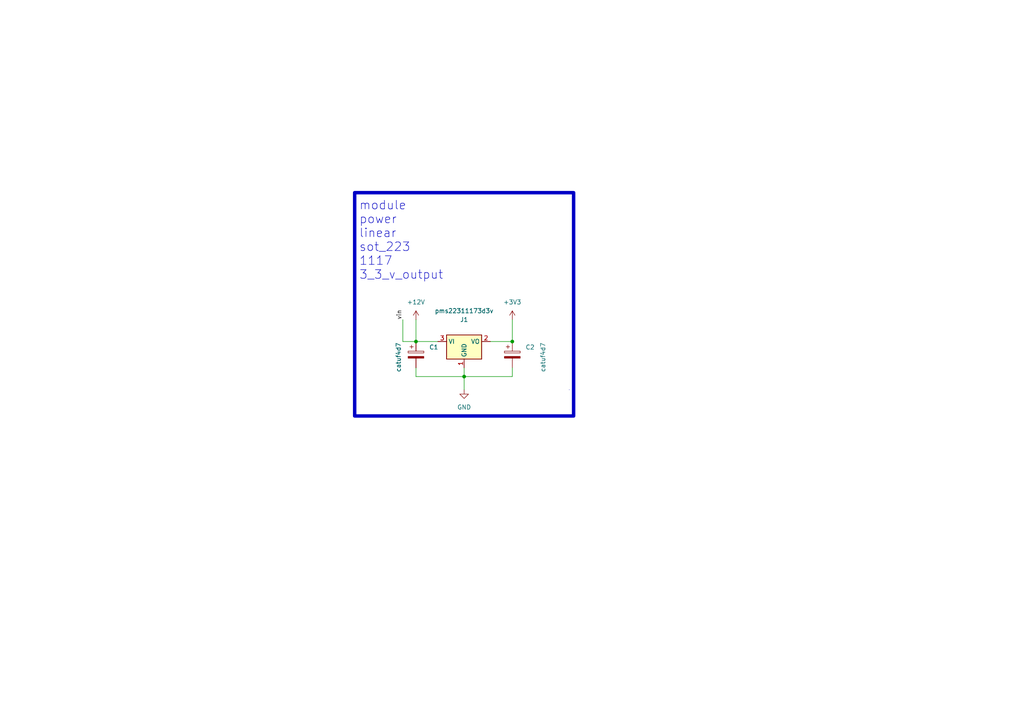
<source format=kicad_sch>
(kicad_sch (version 20230121) (generator eeschema)
  (paper "A4")
  (lib_symbols
    (symbol "oomlout_oomp_part_symbols:catuf4d7_electronic_capacitor_3216_avx_a_tantalum_4_7_micro_farad_16_volt" (pin_numbers hide) (pin_names (offset 0.254))
      (property "Reference" "C" (at 0.635 2.54 0))
      (property "Value" "catuf4d7_electronic_capacitor_3216_avx_a_tantalum_4_7_micro_farad_16_volt" (at 0.635 -2.54 0))
      (symbol "catuf4d7_electronic_capacitor_3216_avx_a_tantalum_4_7_micro_farad_16_volt_0_1"
        (rectangle (start -2.286 0.508) (end 2.286 1.016))
        (polyline (pts (xy -1.778 2.286) (xy -0.762 2.286)))
        (polyline (pts (xy -1.27 2.794) (xy -1.27 1.778)))
        (rectangle (start 2.286 -0.508) (end -2.286 -1.016) (fill (type outline)))
      )
      (symbol "catuf4d7_electronic_capacitor_3216_avx_a_tantalum_4_7_micro_farad_16_volt_1_1"
        (pin passive line (at 0 3.81 270) (length 2.794) (name "~") (number "1"))
        (pin passive line (at 0 -3.81 90) (length 2.794) (name "~") (number "2"))
      )
    )
    (symbol "oomlout_oomp_part_symbols:pms22311173d3v_electronic_pmic_sot_223_linear_1117_3_3v"
      (property "Reference" "J" (at -3.81 3.175 0))
      (property "Value" "pms22311173d3v_electronic_pmic_sot_223_linear_1117_3_3v" (at 0 3.175 0))
      (symbol "pms22311173d3v_electronic_pmic_sot_223_linear_1117_3_3v_0_1"
        (rectangle (start -5.08 -5.08) (end 5.08 1.905) (stroke (width 0.254)) (fill (type background)))
      )
      (symbol "pms22311173d3v_electronic_pmic_sot_223_linear_1117_3_3v_1_1"
        (pin power_in line (at 0 -7.62 90) (length 2.54) (name "GND") (number "1"))
        (pin power_out line (at 7.62 0 180) (length 2.54) (name "VO") (number "2"))
        (pin power_in line (at -7.62 0 0) (length 2.54) (name "VI") (number "3"))
      )
    )
    (symbol "power:+12V" (power) (pin_names (offset 0))
      (property "Value" "+12V" (at 0 3.556 0))
      (symbol "+12V_0_1"
        (polyline (pts (xy -0.762 1.27) (xy 0 2.54)))
        (polyline (pts (xy 0 0) (xy 0 2.54)))
        (polyline (pts (xy 0 2.54) (xy 0.762 1.27)))
      )
      (symbol "+12V_1_1"
        (pin power_in line (at 0 0 90) (length 0) hide (name "+12V") (number "1"))
      )
    )
    (symbol "power:+3V3" (power) (pin_names (offset 0))
      (property "Value" "+3V3" (at 0 3.556 0))
      (symbol "+3V3_0_1"
        (polyline (pts (xy -0.762 1.27) (xy 0 2.54)))
        (polyline (pts (xy 0 0) (xy 0 2.54)))
        (polyline (pts (xy 0 2.54) (xy 0.762 1.27)))
      )
      (symbol "+3V3_1_1"
        (pin power_in line (at 0 0 90) (length 0) hide (name "+3V3") (number "1"))
      )
    )
    (symbol "power:GND" (power) (pin_names (offset 0))
      (property "Value" "GND" (at 0 -3.81 0))
      (symbol "GND_0_1"
        (polyline (pts (xy 0 0) (xy 0 -1.27) (xy 1.27 -1.27) (xy 0 -2.54) (xy -1.27 -1.27) (xy 0 -1.27)))
      )
      (symbol "GND_1_1"
        (pin power_in line (at 0 0 270) (length 0) hide (name "GND") (number "1"))
      )
    )
  )
  (junction (at 148.59 99.06))
  (junction (at 120.65 99.06))
  (junction (at 134.62 109.22))
  (wire (pts (xy 148.59 106.68) (xy 148.59 109.22)))
  (wire (pts (xy 134.62 109.22) (xy 148.59 109.22)))
  (wire (pts (xy 116.84 92.71) (xy 116.84 99.06)))
  (wire (pts (xy 148.59 99.06) (xy 142.24 99.06)))
  (wire (pts (xy 120.65 109.22) (xy 120.65 106.68)))
  (wire (pts (xy 134.62 106.68) (xy 134.62 109.22)))
  (wire (pts (xy 134.62 109.22) (xy 120.65 109.22)))
  (wire (pts (xy 134.62 109.22) (xy 134.62 113.03)))
  (wire (pts (xy 148.59 92.71) (xy 148.59 99.06)))
  (wire (pts (xy 127 99.06) (xy 120.65 99.06)))
  (wire (pts (xy 120.65 99.06) (xy 120.65 92.71)))
  (wire (pts (xy 116.84 99.06) (xy 120.65 99.06)))
  (rectangle (start 102.87 55.88) (end 166.37 120.65) (stroke (width 1)))
  (rectangle (start 165.1 113.03) (end 165.1 113.03))
  (text "module\npower\nlinear\nsot_223\n1117\n3_3_v_output\n" (at 104.14 81.28 0) (effects (font (size 2.5 2.5)) (justify left bottom)))
  (label "vin" (at 116.84 92.71 90))
  (symbol (lib_id "oomlout_oomp_part_symbols:catuf4d7_electronic_capacitor_3216_avx_a_tantalum_4_7_micro_farad_16_volt") (at 148.59 102.87 0) (unit 1)
    (property "Reference" "C2" (at 152.4 100.711 0) (effects (justify left)))
    (property "Value" "catuf4d7" (at 157.48 107.95 90) (effects (justify left)))
    (property "Footprint" "oomlout_oomp_part_footprints:catuf4d7_electronic_capacitor_3216_avx_a_tantalum_4_7_micro_farad_16_volt" (effects hide))
    (property "Datasheet" "https://github.com/oomlout/oomlout_oomp_v3/parts/electronic_capacitor_3216_avx_a_tantalum_4_7_micro_farad_16_volt/datasheet.pdf" (effects hide))
  )
  (symbol (lib_id "oomlout_oomp_part_symbols:pms22311173d3v_electronic_pmic_sot_223_linear_1117_3_3v") (at 134.62 99.06 0) (unit 1)
    (property "Reference" "J1" (at 134.62 92.71 0))
    (property "Value" "pms22311173d3v" (at 134.62 90.17 0))
    (property "Footprint" "oomlout_oomp_part_footprints:pms22311173d3v_electronic_pmic_sot_223_linear_1117_3_3v" (effects hide))
    (property "Datasheet" "https://github.com/oomlout/oomlout_oomp_v3/parts/electronic_pmic_sot_223_linear_1117_3_3v/datasheet.pdf" (effects hide))
  )
  (symbol (lib_id "power:GND") (at 134.62 113.03 0) (unit 1)
    (property "Reference" "#PWR03" (effects hide))
    (property "Value" "GND" (at 134.62 118.11 0))
  )
  (symbol (lib_id "power:+12V") (at 120.65 92.71 0) (unit 1)
    (property "Reference" "#PWR01" (effects hide))
    (property "Value" "+12V" (at 120.65 87.63 0))
  )
  (symbol (lib_id "power:+3V3") (at 148.59 92.71 0) (unit 1)
    (property "Reference" "#PWR02" (effects hide))
    (property "Value" "+3V3" (at 148.59 87.63 0))
  )
  (symbol (lib_id "oomlout_oomp_part_symbols:catuf4d7_electronic_capacitor_3216_avx_a_tantalum_4_7_micro_farad_16_volt") (at 120.65 102.87 0) (unit 1)
    (property "Reference" "C1" (at 124.46 100.711 0) (effects (justify left)))
    (property "Value" "catuf4d7" (at 115.57 107.95 90) (effects (justify left)))
    (property "Footprint" "oomlout_oomp_part_footprints:catuf4d7_electronic_capacitor_3216_avx_a_tantalum_4_7_micro_farad_16_volt" (effects hide))
    (property "Datasheet" "https://github.com/oomlout/oomlout_oomp_v3/parts/electronic_capacitor_3216_avx_a_tantalum_4_7_micro_farad_16_volt/datasheet.pdf" (effects hide))
  )
)
</source>
